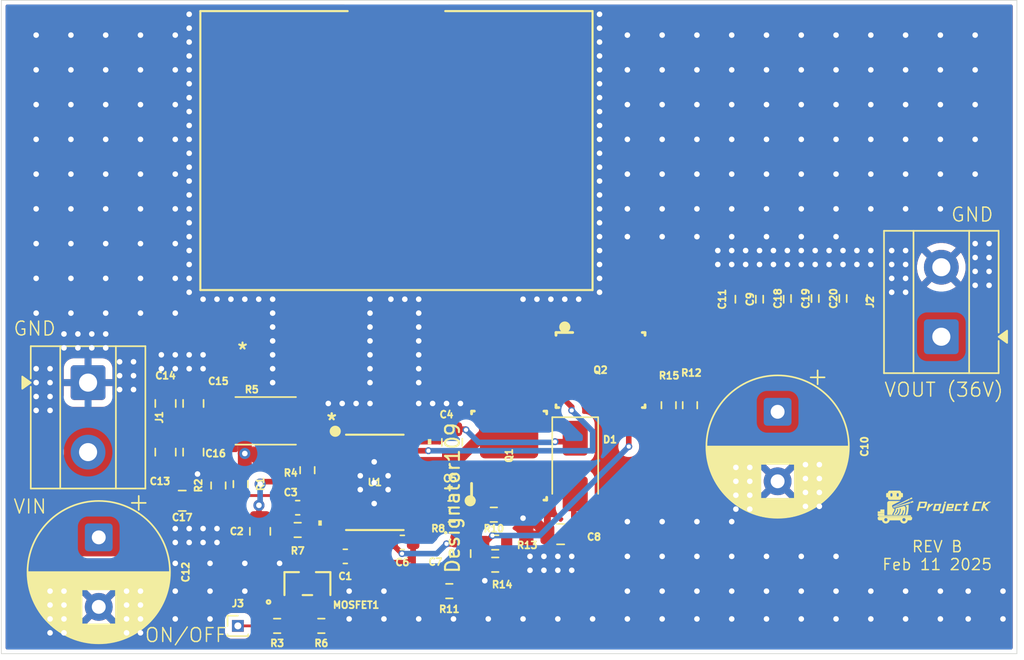
<source format=kicad_pcb>
(kicad_pcb (version 20241229) (generator "pcbnew") (generator_version "9.0")
  (title_block (title "15-22V Boost converter") (date "2026-02-11") (rev "B"))
  (layers (0 "F.Cu" signal) (4 "In1.Cu" signal) (6 "In2.Cu" signal) (2 "B.Cu" signal) (13 "F.Paste" user) (15 "B.Paste" user) (5 "F.SilkS" user "F.Silkscreen") (7 "B.SilkS" user "B.Silkscreen") (1 "F.Mask" user) (3 "B.Mask" user) (25 "Edge.Cuts" user))
  (property "PROJECTNAME" "")
  (property "SHEETTOTAL" "1")
  (net 0 "")
  (net 1 "/SW")
  (net 2 "GND")
  (net 3 "/LO")
  (net 4 "+36V")
  (net 5 "/HO")
  (net 6 "+18V")
  (net 7 "/VIN")
  (net 8 "/SS")
  (net 9 "/BST")
  (net 10 "/RES")
  (net 11 "/COMP")
  (net 12 "FB")
  (net 13 "Net-(C7-Pad1)")
  (net 14 "/VCC")
  (net 15 "/UVLO")
  (net 16 "/SYNCIN")
  (net 17 "Net-(R10-Pad1)")
  (net 18 "/SLOPE")
  (net 19 "Net-(R13-Pad2)")
  (net 20 "/CSN")
  (net 21 "Net-(J3-Pin_1)")
  (net 22 "Net-(MOSFET1-G)")
  (footprint "Resistor_SMD:R_0603_1608Metric" (layer "F.Cu") (at 175.5 150.6 180)
    (property "Reference" "R14")
    (property "Value" "1.5kΩ")
  )
  (footprint "Capacitor_SMD:C_0805_2012Metric" (layer "F.Cu") (at 197.5 131.45 90)
    (property "Reference" "C18")
    (property "Value" "10uF")
  )
  (footprint "TerminalBlock_MetzConnect:TerminalBlock_MetzConnect_Type055_RT01502HDWU_1x02_P5.00mm_Horizontal" (layer "F.Cu") (at 207.5675 134.2 90)
    (property "Reference" "J2")
    (property "Value" "Conn_01x02_Socket")
  )
  (footprint "Capacitor_SMD:C_0805_2012Metric" (layer "F.Cu") (at 153.8 142.5 -90)
    (property "Reference" "C16")
    (property "Value" "10uF")
  )
  (footprint "Resistor_SMD:R_0603_1608Metric" (layer "F.Cu") (at 175.5 149)
    (property "Reference" "R13")
    (property "Value" "100Ω")
  )
  (footprint "Resistor_SMD:R_2512_6332Metric" (layer "F.Cu") (at 159 140.25)
    (property "Reference" "R5")
    (property "Value" "2mΩ")
  )
  (footprint "Resistor_SMD:R_0603_1608Metric" (layer "F.Cu") (at 163 155 180)
    (property "Reference" "R6")
    (property "Value" "160kΩ")
  )
  (footprint "Capacitor_SMD:C_0805_2012Metric" (layer "F.Cu") (at 153.8 139 90)
    (property "Reference" "C15")
    (property "Value" "10uF")
  )
  (footprint "Resistor_SMD:R_0603_1608Metric" (layer "F.Cu") (at 172.2 152.5)
    (property "Reference" "R11")
    (property "Value" "12kΩ")
  )
  (footprint "Capacitor_SMD:C_0603_1608Metric" (layer "F.Cu") (at 161.3 146.5)
    (property "Reference" "C3")
    (property "Value" "220nF")
  )
  (footprint "Capacitor_SMD:C_0603_1608Metric" (layer "F.Cu") (at 164.725 150 180)
    (property "Reference" "C1")
    (property "Value" "150pF")
  )
  (footprint "Resistor_SMD:R_0603_1608Metric" (layer "F.Cu") (at 161.3 148.1)
    (property "Reference" "R7")
    (property "Value" "56kΩ")
  )
  (footprint "Capacitor_SMD:C_0805_2012Metric" (layer "F.Cu") (at 172.4 141.8 -90)
    (property "Reference" "C4")
    (property "Value" "1uF")
  )
  (footprint "Resistor_SMD:R_0603_1608Metric" (layer "F.Cu") (at 187.97 139.125 -90)
    (property "Reference" "R15")
    (property "Value" "270kΩ")
  )
  (footprint "Capacitor_SMD:C_0805_2012Metric" (layer "F.Cu") (at 199.5 131.45 90)
    (property "Reference" "C19")
    (property "Value" "10uF")
  )
  (footprint "Capacitor_SMD:C_0805_2012Metric" (layer "F.Cu") (at 195.5 131.5 90)
    (property "Reference" "C9")
    (property "Value" "10uF")
  )
  (footprint "Resistor_SMD:R_0603_1608Metric" (layer "F.Cu") (at 172.375 147)
    (property "Reference" "R8")
    (property "Value" "160kΩ")
  )
  (footprint "Resistor_SMD:R_0603_1608Metric" (layer "F.Cu") (at 175.4 147)
    (property "Reference" "R10")
    (property "Value" "2kΩ")
  )
  (footprint "Resistor_SMD:R_0603_1608Metric" (layer "F.Cu") (at 155.6 144.9 90)
    (property "Reference" "R2")
    (property "Value" "5.1kΩ")
  )
  (footprint "Resistor_SMD:R_0603_1608Metric" (layer "F.Cu") (at 162 143.8 -90)
    (property "Reference" "R4")
    (property "Value" "3.01Ω")
  )
  (footprint "Capacitor_SMD:C_0805_2012Metric" (layer "F.Cu") (at 151.8 139 90)
    (property "Reference" "C14")
    (property "Value" "10uF")
  )
  (footprint "Capacitor_SMD:C_0603_1608Metric" (layer "F.Cu") (at 172.25 145.5)
    (property "Reference" "C5")
    (property "Value" "470nF")
  )
  (footprint "Connector_PinHeader_1.00mm:PinHeader_1x01_P1.00mm_Vertical" (layer "F.Cu") (at 157 155)
    (property "Reference" "J3")
    (property "Value" "Conn_01x01_Pin")
  )
  (footprint "Boost_Converter_Footprint_Library:HTSSOP20" (layer "F.Cu") (at 166.8448 144.675)
    (property "Reference" "U1")
    (property "Value" "LM5122QMHX/NOPB")
  )
  (footprint "Capacitor_THT:CP_Radial_D10.0mm_P5.00mm" (layer "F.Cu") (at 195.8 139.6 -90)
    (property "Reference" "C10")
    (property "Value" "470uF")
  )
  (footprint "Capacitor_SMD:C_0805_2012Metric" (layer "F.Cu") (at 151.8 142.5 -90)
    (property "Reference" "C13")
    (property "Value" "10uF")
  )
  (footprint "LOGO" (layer "F.Cu") (at 207 146)
    (property "Reference" "G***" (hide yes))
    (property "Value" "LOGO" (hide yes))
  )
  (footprint "Boost_Converter_Footprint_Library:DNK0008A" (layer "F.Cu") (at 176.5 142.75 90)
    (property "Reference" "Q1")
    (property "Value" "CSD18540Q5B")
  )
  (footprint "Capacitor_SMD:C_0603_1608Metric" (layer "F.Cu") (at 168.825 149 180)
    (property "Reference" "C6")
    (property "Value" "680pF")
  )
  (footprint "Capacitor_SMD:C_0805_2012Metric" (layer "F.Cu") (at 158.6 148.2 90)
    (property "Reference" "C2")
    (property "Value" "470nF")
  )
  (footprint "Resistor_SMD:R_0603_1608Metric" (layer "F.Cu") (at 159.825 155 180)
    (property "Reference" "R3")
    (property "Value" "100Ω")
  )
  (footprint "Capacitor_SMD:C_0805_2012Metric" (layer "F.Cu") (at 180.2 148.4 180)
    (property "Reference" "C8")
    (property "Value" "10uF")
  )
  (footprint "Resistor_SMD:R_0603_1608Metric" (layer "F.Cu") (at 189.5 139.125 -90)
    (property "Reference" "R12")
    (property "Value" "56kΩ")
  )
  (footprint "Capacitor_THT:CP_Radial_D10.0mm_P5.00mm" (layer "F.Cu") (at 147 148.632323 -90)
    (property "Reference" "C12")
    (property "Value" "470uF")
  )
  (footprint "Boost_Converter_Footprint_Library:DNK0008A" (layer "F.Cu") (at 183.069999 136.595)
    (property "Reference" "Q2")
    (property "Value" "CSD18540Q5B")
  )
  (footprint "Diode_SMD:D_SMA" (layer "F.Cu") (at 181.25 143.5 -90)
    (property "Reference" "D1")
    (property "Value" "D_Schottky")
  )
  (footprint "Capacitor_SMD:C_0805_2012Metric" (layer "F.Cu") (at 153 146)
    (property "Reference" "C17")
    (property "Value" "10uF")
  )
  (footprint "Capacitor_SMD:C_0805_2012Metric" (layer "F.Cu") (at 193.5 131.5 90)
    (property "Reference" "C11")
    (property "Value" "10uF")
  )
  (footprint "Resistor_SMD:R_0603_1608Metric" (layer "F.Cu") (at 157.2 144.8 -90)
    (property "Reference" "R1")
    (property "Value" "49.9kΩ")
  )
  (footprint "Capacitor_SMD:C_0805_2012Metric" (layer "F.Cu") (at 173 149.8 90)
    (property "Reference" "C7")
    (property "Value" "47nF")
  )
  (footprint "Boost_Converter_Footprint_Library:SOT-23TO-236_318-08_ONS" (layer "F.Cu") (at 162 151.9586)
    (property "Reference" "MOSFET1")
    (property "Value" "2N7002")
  )
  (footprint "TerminalBlock_MetzConnect:TerminalBlock_MetzConnect_Type055_RT01502HDWU_1x02_P5.00mm_Horizontal" (layer "F.Cu") (at 146.2325 137.5 -90)
    (property "Reference" "J1")
    (property "Value" "Conn_01x02_Socket")
  )
  (footprint "Boost_Converter_Footprint_Library:IND_SER2918H_COC" (layer "F.Cu") (at 168.4 120.8063)
    (property "Reference" "L1" (hide yes))
    (property "Value" "10uH" (hide yes))
  )
  (footprint "Capacitor_SMD:C_0805_2012Metric" (layer "F.Cu") (at 201.5 131.45 90)
    (property "Reference" "C20")
    (property "Value" "10uF")
  )
  (gr_circle (center 180.5 133.5) (end 180.8 133.5) (stroke (width 0.2)) (fill yes) (layer "F.SilkS"))
  (gr_circle (center 164 141) (end 164.3 141) (stroke (width 0.2)) (fill yes) (layer "F.SilkS"))
  (gr_circle (center 173.7 146) (end 174 146) (stroke (width 0.2)) (fill yes) (layer "F.SilkS"))
  (gr_line (start 140 110) (end 140 157) (stroke (width 0.05)) (layer "Edge.Cuts"))
  (gr_line (start 140 157) (end 213 157) (stroke (width 0.05)) (layer "Edge.Cuts"))
  (gr_line (start 213 110) (end 140 110) (stroke (width 0.05)) (layer "Edge.Cuts"))
  (gr_line (start 213 157) (end 213 110) (stroke (width 0.05)) (layer "Edge.Cuts"))
  (gr_text "REV B\nFeb 11 2025" (at 207.2715 151.054636 0) (layer "F.SilkS") (effects (font (size 0.8 0.8) (thickness 0.1)) (justify bottom)))
  (gr_text "GND" (at 208.2 126 0) (layer "F.SilkS") (effects (font (size 1 1) (thickness 0.1)) (justify left bottom)))
  (gr_text "ON/OFF" (at 150.25 156.25 0) (layer "F.SilkS") (effects (font (size 1 1) (thickness 0.1)) (justify left bottom)))
  (gr_text "GND" (at 140.8 134.2 0) (layer "F.SilkS") (effects (font (size 1 1) (thickness 0.1)) (justify left bottom)))
  (gr_text "VIN" (at 140.8 147 0) (layer "F.SilkS") (effects (font (size 1 1) (thickness 0.1)) (justify left bottom)))
  (gr_text "VOUT (36V)" (at 203.4 138.6 0) (layer "F.SilkS") (effects (font (size 1 1) (thickness 0.1)) (justify left bottom)))
  (segment (start 172.199998 143.050002) (end 172.4 142.85) (width 0.4) (layer "F.Cu") (net 1))
  (segment (start 172.099998 143.050002) (end 172.4 142.75) (width 0.4) (layer "F.Cu") (net 1))
  (segment (start 169.6896 143.050002) (end 172.099998 143.050002) (width 0.4) (layer "F.Cu") (net 1))
  (segment (start 173.125 142.75) (end 174.73 141.145) (width 0.8) (layer "F.Cu") (net 1))
  (segment (start 172.4 142.75) (end 173.125 142.75) (width 0.8) (layer "F.Cu") (net 1))
  (segment (start 174.73 141.145) (end 174.73 140.110002) (width 0.8) (layer "F.Cu") (net 1))
  (segment (start 174.575 150.6) (end 174.575 151.575) (width 0.8) (layer "F.Cu") (net 2))
  (segment (start 167.169801 145.000001) (end 166.8448 144.675) (width 0.4) (layer "F.Cu") (net 2))
  (segment (start 160.475 150.025) (end 160 150.5) (width 0.4) (layer "F.Cu") (net 2))
  (segment (start 160.525 148.05) (end 160.475 148.1) (width 0.4) (layer "F.Cu") (net 2))
  (segment (start 178.1 147.25) (end 179.25 148.4) (width 0.8) (layer "F.Cu") (net 2))
  (segment (start 169.6896 145.000001) (end 167.169801 145.000001) (width 0.4) (layer "F.Cu") (net 2))
  (segment (start 160.525 146.5) (end 160.525 148.05) (width 0.4) (layer "F.Cu") (net 2))
  (segment (start 169.6896 146.300001) (end 168.469801 146.300001) (width 0.4) (layer "F.Cu") (net 2))
  (segment (start 166.8448 144.133601) (end 165.1112 142.400001) (width 0.4) (layer "F.Cu") (net 2))
  (segment (start 160.475 148.1) (end 160.475 150.025) (width 0.4) (layer "F.Cu") (net 2))
  (segment (start 174.575 151.575) (end 174.75 151.75) (width 0.8) (layer "F.Cu") (net 2))
  (segment (start 165.1112 142.400001) (end 164 142.400001) (width 0.4) (layer "F.Cu") (net 2))
  (segment (start 166.8448 144.675) (end 166.8448 144.133601) (width 0.4) (layer "F.Cu") (net 2))
  (segment (start 164 141.75) (end 164.5334 141.75) (width 0.4) (layer "F.Cu") (net 2))
  (segment (start 164 146.949999) (end 165.1112 146.949999) (width 0.4) (layer "F.Cu") (net 2))
  (segment (start 164.5334 141.75) (end 166.8448 144.0614) (width 0.4) (layer "F.Cu") (net 2))
  (segment (start 177.5 147.25) (end 178.1 147.25) (width 0.8) (layer "F.Cu") (net 2))
  (segment (start 165.1112 146.949999) (end 166.8 145.261199) (width 0.4) (layer "F.Cu") (net 2))
  (segment (start 166.8448 144.0614) (end 166.8448 144.675) (width 0.4) (layer "F.Cu") (net 2))
  (segment (start 168.469801 146.300001) (end 166.8448 144.675) (width 0.4) (layer "F.Cu") (net 2))
  (segment (start 155.8 144.075) (end 154.1 144.075) (width 0.4) (layer "F.Cu") (net 2))
  (segment (start 166.8 145.261199) (end 166.8 144.7) (width 0.4) (layer "F.Cu") (net 2))
  (via (at 200 127) (size 0.8) (drill 0.4) (layers "F.Cu" "B.Cu") (net 2))
  (via (at 187.5 147.5) (size 0.8) (drill 0.4) (layers "F.Cu" "B.Cu") (net 2))
  (via (at 152.5 120) (size 0.8) (drill 0.4) (layers "F.Cu" "B.Cu") (net 2))
  (via (at 187.5 154.5) (size 0.8) (drill 0.4) (layers "F.Cu" "B.Cu") (net 2))
  (via (at 183 130) (size 0.8) (drill 0.4) (layers "F.Cu" "B.Cu") (net 2))
  (via (at 210 117.5) (size 0.8) (drill 0.4) (layers "F.Cu" "B.Cu") (net 2))
  (via (at 183 114) (size 0.8) (drill 0.4) (layers "F.Cu" "B.Cu") (net 2))
  (via (at 183 117) (size 0.8) (drill 0.4) (layers "F.Cu" "B.Cu") (net 2))
  (via (at 195.5 128) (size 0.8) (drill 0.4) (layers "F.Cu" "B.Cu") (net 2))
  (via (at 167.5 152.5) (size 0.8) (drill 0.4) (layers "F.Cu" "B.Cu") (net 2))
  (via (at 190 150) (size 0.8) (drill 0.4) (layers "F.Cu" "B.Cu") (net 2))
  (via (at 192.5 125) (size 0.8) (drill 0.4) (layers "F.Cu" "B.Cu") (net 2))
  (via (at 200 154.5) (size 0.8) (drill 0.4) (layers "F.Cu" "B.Cu") (net 2))
  (via (at 149 154.5) (size 0.8) (drill 0.4) (layers "F.Cu" "B.Cu") (net 2))
  (via (at 183 116) (size 0.8) (drill 0.4) (layers "F.Cu" "B.Cu") (net 2))
  (via (at 145 122.5) (size 0.8) (drill 0.4) (layers "F.Cu" "B.Cu") (net 2))
  (via (at 155.5 149) (size 0.8) (drill 0.4) (layers "F.Cu" "B.Cu") (net 2))
  (via (at 147.5 117.5) (size 0.8) (drill 0.4) (layers "F.Cu" "B.Cu") (net 2))
  (via (at 210 122.5) (size 0.8) (drill 0.4) (layers "F.Cu" "B.Cu") (net 2))
  (via (at 145 112.5) (size 0.8) (drill 0.4) (layers "F.Cu" "B.Cu") (net 2))
  (via (at 197.8 146.4) (size 0.8) (drill 0.4) (layers "F.Cu" "B.Cu") (net 2))
  (via (at 144.5 135) (size 0.8) (drill 0.4) (layers "F.Cu" "B.Cu") (net 2))
  (via (at 164.5 139) (size 0.8) (drill 0.4) (layers "F.Cu" "B.Cu") (net 2))
  (via (at 177.5 154.5) (size 0.8) (drill 0.4) (layers "F.Cu" "B.Cu") (net 2))
  (via (at 211 129.5) (size 0.8) (drill 0.4) (layers "F.Cu" "B.Cu") (net 2))
  (via (at 145 130) (size 0.8) (drill 0.4) (layers "F.Cu" "B.Cu") (net 2))
  (via (at 192.5 147.5) (size 0.8) (drill 0.4) (layers "F.Cu" "B.Cu") (net 2))
  (via (at 145 125) (size 0.8) (drill 0.4) (layers "F.Cu" "B.Cu") (net 2))
  (via (at 182.5 154.5) (size 0.8) (drill 0.4) (layers "F.Cu" "B.Cu") (net 2))
  (via (at 193.8 143.6) (size 0.8) (drill 0.4) (layers "F.Cu" "B.Cu") (net 2))
  (via (at 211 127.5) (size 0.8) (drill 0.4) (layers "F.Cu" "B.Cu") (net 2))
  (via (at 175 154.5) (size 0.8) (drill 0.4) (layers "F.Cu" "B.Cu") (net 2))
  (via (at 158.5 131.5) (size 0.8) (drill 0.4) (layers "F.Cu" "B.Cu") (net 2))
  (via (at 195 115) (size 0.8) (drill 0.4) (layers "F.Cu" "B.Cu") (net 2))
  (via (at 197.5 128) (size 0.8) (drill 0.4) (layers "F.Cu" "B.Cu") (net 2))
  (via (at 200.5 129) (size 0.8) (drill 0.4) (layers "F.Cu" "B.Cu") (net 2))
  (via (at 205 112.5) (size 0.8) (drill 0.4) (layers "F.Cu" "B.Cu") (net 2))
  (via (at 177.5 131.5) (size 0.8) (drill 0.4) (layers "F.Cu" "B.Cu") (net 2))
  (via (at 207.5 120) (size 0.8) (drill 0.4) (layers "F.Cu" "B.Cu") (net 2))
  (via (at 152.5 122.5) (size 0.8) (drill 0.4) (layers "F.Cu" "B.Cu") (net 2))
  (via (at 210 112.5) (size 0.8) (drill 0.4) (layers "F.Cu" "B.Cu") (net 2))
  (via (at 154.5 135.5) (size 0.8) (drill 0.4) (layers "F.Cu" "B.Cu") (net 2))
  (via (at 200 125) (size 0.8) (drill 0.4) (layers "F.Cu" "B.Cu") (net 2))
  (via (at 201.5 128) (size 0.8) (drill 0.4) (layers "F.Cu" "B.Cu") (net 2))
  (via (at 195.5 129) (size 0.8) (drill 0.4) (layers "F.Cu" "B.Cu") (net 2))
  (via (at 146.5 134) (size 0.8) (drill 0.4) (layers "F.Cu" "B.Cu") (net 2))
  (via (at 159.5 134.5) (size 0.8) (drill 0.4) (layers "F.Cu" "B.Cu") (net 2))
  (via (at 192.5 120) (size 0.8) (drill 0.4) (layers "F.Cu" "B.Cu") (net 2))
  (via (at 165 154.5) (size 0.8) (drill 0.4) (layers "F.Cu" "B.Cu") (net 2))
  (via (at 195 117.5) (size 0.8) (drill 0.4) (layers "F.Cu" "B.Cu") (net 2))
  (via (at 171 139) (size 0.8) (drill 0.4) (layers "F.Cu" "B.Cu") (net 2))
  (via (at 185 115) (size 0.8) (drill 0.4) (layers "F.Cu" "B.Cu") (net 2))
  (via (at 153.5 131) (size 0.8) (drill 0.4) (layers "F.Cu" "B.Cu") (net 2))
  (via (at 209.5 152.5) (size 0.8) (drill 0.4) (layers "F.Cu" "B.Cu") (net 2))
  (via (at 154.5 149) (size 0.8) (drill 0.4) (layers "F.Cu" "B.Cu") (net 2))
  (via (at 199.5 129) (size 0.8) (drill 0.4) (layers "F.Cu" "B.Cu") (net 2))
  (via (at 200 115) (size 0.8) (drill 0.4) (layers "F.Cu" "B.Cu") (net 2))
  (via (at 187.5 125) (size 0.8) (drill 0.4) (layers "F.Cu" "B.Cu") (net 2))
  (via (at 168 131.5) (size 0.8) (drill 0.4) (layers "F.Cu" "B.Cu") (net 2))
  (via (at 148.5 138) (size 0.8) (drill 0.4) (layers "F.Cu" "B.Cu") (net 2))
  (via (at 185 127) (size 0.8) (drill 0.4) (layers "F.Cu" "B.Cu") (net 2))
  (via (at 187.5 120) (size 0.8) (drill 0.4) (layers "F.Cu" "B.Cu") (net 2))
  (via (at 174.75 151.75) (size 0.8) (drill 0.4) (layers "F.Cu" "B.Cu") (net 2))
  (via (at 166.5 131.5) (size 0.8) (drill 0.4) (layers "F.Cu" "B.Cu") (net 2))
  (via (at 147.5 132.5) (size 0.8) (drill 0.4) (layers "F.Cu" "B.Cu") (net 2))
  (via (at 152.5 148) (size 0.8) (drill 0.4) (layers "F.Cu" "B.Cu") (net 2))
  (via (at 197.8 145.4) (size 0.8) (drill 0.4) (layers "F.Cu" "B.Cu") (net 2))
  (via (at 183 127) (size 0.8) (drill 0.4) (layers "F.Cu" "B.Cu") (net 2))
  (via (at 183 131) (size 0.8) (drill 0.4) (layers "F.Cu" "B.Cu") (net 2))
  (via (at 198.8 146.4) (size 0.8) (drill 0.4) (layers "F.Cu" "B.Cu") (net 2))
  (via (at 159.5 137.5) (size 0.8) (drill 0.4) (layers "F.Cu" "B.Cu") (net 2))
  (via (at 202.5 128) (size 0.8) (drill 0.4) (layers "F.Cu" "B.Cu") (net 2))
  (via (at 192.8 144.6) (size 0.8) (drill 0.4) (layers "F.Cu" "B.Cu") (net 2))
  (via (at 143.5 138.5) (size 0.8) (drill 0.4) (layers "F.Cu" "B.Cu") (net 2))
  (via (at 153.5 117) (size 0.8) (drill 0.4) (layers "F.Cu" "B.Cu") (net 2))
  (via (at 198.8 145.4) (size 0.8) (drill 0.4) (layers "F.Cu" "B.Cu") (net 2))
  (via (at 185 154.5) (size 0.8) (drill 0.4) (layers "F.Cu" "B.Cu") (net 2))
  (via (at 145.5 134) (size 0.8) (drill 0.4) (layers "F.Cu" "B.Cu") (net 2))
  (via (at 190 120) (size 0.8) (drill 0.4) (layers "F.Cu" "B.Cu") (net 2))
  (via (at 205 131) (size 0.8) (drill 0.4) (layers "F.Cu" "B.Cu") (net 2))
  (via (at 192.5 128) (size 0.8) (drill 0.4) (layers "F.Cu" "B.Cu") (net 2))
  (via (at 152.5 117.5) (size 0.8) (drill 0.4) (layers "F.Cu" "B.Cu") (net 2))
  (via (at 205 115) (size 0.8) (drill 0.4) (layers "F.Cu" "B.Cu") (net 2))
  (via (at 152.5 125) (size 0.8) (drill 0.4) (layers "F.Cu" "B.Cu") (net 2))
  (via (at 142.5 132.5) (size 0.8) (drill 0.4) (layers "F.Cu" "B.Cu") (net 2))
  (via (at 205 152.5) (size 0.8) (drill 0.4) (layers "F.Cu" "B.Cu") (net 2))
  (via (at 170 154.5) (size 0.8) (drill 0.4) (layers "F.Cu" "B.Cu") (net 2))
  (via (at 205 154.5) (size 0.8) (drill 0.4) (layers "F.Cu" "B.Cu") (net 2))
  (via (at 152.5 149) (size 0.8) (drill 0.4) (layers "F.Cu" "B.Cu") (net 2))
  (via (at 153.5 116) (size 0.8) (drill 0.4) (layers "F.Cu" "B.Cu") (net 2))
  (via (at 149 152.5) (size 0.8) (drill 0.4) (layers "F.Cu" "B.Cu") (net 2))
  (via (at 195 152.5) (size 0.8) (drill 0.4) (layers "F.Cu" "B.Cu") (net 2))
  (via (at 197.5 152.5) (size 0.8) (drill 0.4) (layers "F.Cu" "B.Cu") (net 2))
  (via (at 147.5 130) (size 0.8) (drill 0.4) (layers "F.Cu" "B.Cu") (net 2))
  (via (at 192.5 152.5) (size 0.8) (drill 0.4) (layers "F.Cu" "B.Cu") (net 2))
  (via (at 147.5 125) (size 0.8) (drill 0.4) (layers "F.Cu" "B.Cu") (net 2))
  (via (at 192.8 143.6) (size 0.8) (drill 0.4) (layers "F.Cu" "B.Cu") (net 2))
  (via (at 183 123) (size 0.8) (drill 0.4) (layers "F.Cu" "B.Cu") (net 2))
  (via (at 166.5 132.5) (size 0.8) (drill 0.4) (layers "F.Cu" "B.Cu") (net 2))
  (via (at 154.5 136.5) (size 0.8) (drill 0.4) (layers "F.Cu" "B.Cu") (net 2))
  (via (at 205 120) (size 0.8) (drill 0.4) (layers "F.Cu" "B.Cu") (net 2))
  (via (at 183 124) (size 0.8) (drill 0.4) (layers "F.Cu" "B.Cu") (net 2))
  (via (at 152.5 112.5) (size 0.8) (drill 0.4) (layers "F.Cu" "B.Cu") (net 2))
  (via (at 144.5 153.5) (size 0.8) (drill 0.4) (layers "F.Cu" "B.Cu") (net 2))
  (via (at 210 120) (size 0.8) (drill 0.4) (layers "F.Cu" "B.Cu") (net 2))
  (via (at 147.5 122.5) (size 0.8) (drill 0.4) (layers "F.Cu" "B.Cu") (net 2))
  (via (at 179 151) (size 0.8) (drill 0.4) (layers "F.Cu" "B.Cu") (net 2))
  (via (at 185 150) (size 0.8) (drill 0.4) (layers "F.Cu" "B.Cu") (net 2))
  (via (at 202.5 125) (size 0.8) (drill 0.4) (layers "F.Cu" "B.Cu") (net 2))
  (via (at 202.5 117.5) (size 0.8) (drill 0.4) (layers "F.Cu" "B.Cu") (net 2))
  (via (at 197.5 122.5) (size 0.8) (drill 0.4) (layers "F.Cu" "B.Cu") (net 2))
  (via (at 153.5 113) (size 0.8) (drill 0.4) (layers "F.Cu" "B.Cu") (net 2))
  (via (at 195 127) (size 0.8) (drill 0.4) (layers "F.Cu" "B.Cu") (net 2))
  (via (at 185 147.5) (size 0.8) (drill 0.4) (layers "F.Cu" "B.Cu") (net 2))
  (via (at 153.5 119) (size 0.8) (drill 0.4) (layers "F.Cu" "B.Cu") (net 2))
  (via (at 183 129) (size 0.8) (drill 0.4) (layers "F.Cu" "B.Cu") (net 2))
  (via (at 209.5 154.5) (size 0.8) (drill 0.4) (layers "F.Cu" "B.Cu") (net 2))
  (via (at 170 139) (size 0.8) (drill 0.4) (layers "F.Cu" "B.Cu") (net 2))
  (via (at 193.8 145.6) (size 0.8) (drill 0.4) (layers "F.Cu" "B.Cu") (net 2))
  (via (at 145.5 135) (size 0.8) (drill 0.4) (layers "F.Cu" "B.Cu") (net 2))
  (via (at 192.5 154.5) (size 0.8) (drill 0.4) (layers "F.Cu" "B.Cu") (net 2))
  (via (at 183 119) (size 0.8) (drill 0.4) (layers "F.Cu" "B.Cu") (net 2))
  (via (at 153.5 122) (size 0.8) (drill 0.4) (layers "F.Cu" "B.Cu") (net 2))
  (via (at 152.5 135.5) (size 0.8) (drill 0.4) (layers "F.Cu" "B.Cu") (net 2))
  (via (at 148.5 137) (size 0.8) (drill 0.4) (layers "F.Cu" "B.Cu") (net 2))
  (via (at 167.8 144.2) (size 0.8) (drill 0.4) (layers "F.Cu" "B.Cu") (net 2))
  (via (at 153.5 118) (size 0.8) (drill 0.4) (layers "F.Cu" "B.Cu") (net 2))
  (via (at 147.5 115) (size 0.8) (drill 0.4) (layers "F.Cu" "B.Cu") (net 2))
  (via (at 192.5 150) (size 0.8) (drill 0.4) (layers "F.Cu" "B.Cu") (net 2))
  (via (at 149 155.5) (size 0.8) (drill 0.4) (layers "F.Cu" "B.Cu") (net 2))
  (via (at 166.5 133.5) (size 0.8) (drill 0.4) (layers "F.Cu" "B.Cu") (net 2))
  (via (at 177.5 147.25) (size 0.8) (drill 0.4) (layers "F.Cu" "B.Cu") (net 2))
  (via (at 197.5 154.5) (size 0.8) (drill 0.4) (layers "F.Cu" "B.Cu") (net 2))
  (via (at 149.5 138) (size 0.8) (drill 0.4) (layers "F.Cu" "B.Cu") (net 2))
  (via (at 185 117.5) (size 0.8) (drill 0.4) (layers "F.Cu" "B.Cu") (net 2))
  (via (at 142.5 112.5) (size 0.8) (drill 0.4) (layers "F.Cu" "B.Cu") (net 2))
  (via (at 197.5 129) (size 0.8) (drill 0.4) (layers "F.Cu" "B.Cu") (net 2))
  (via (at 160 150.5) (size 0.8) (drill 0.4) (layers "F.Cu" "B.Cu") (net 2))
  (via (at 190 127) (size 0.8) (drill 0.4) (layers "F.Cu" "B.Cu") (net 2))
  (via (at 190 147.5) (size 0.8) (drill 0.4) (layers "F.Cu" "B.Cu") (net 2))
  (via (at 195 125) (size 0.8) (drill 0.4) (layers "F.Cu" "B.Cu") (net 2))
  (via (at 153.5 149) (size 0.8) (drill 0.4) (layers "F.Cu" "B.Cu") (net 2))
  (via (at 212 154.5) (size 0.8) (drill 0.4) (layers "F.Cu" "B.Cu") (net 2))
  (via (at 145 120) (size 0.8) (drill 0.4) (layers "F.Cu" "B.Cu") (net 2))
  (via (at 155 154.5) (size 0.8) (drill 0.4) (layers "F.Cu" "B.Cu") (net 2))
  (via (at 152.5 136.5) (size 0.8) (drill 0.4) (layers "F.Cu" "B.Cu") (net 2))
  (via (at 152.5 130) (size 0.8) (drill 0.4) (layers "F.Cu" "B.Cu") (net 2))
  (via (at 143.5 137.5) (size 0.8) (drill 0.4) (layers "F.Cu" "B.Cu") (net 2))
  (via (at 159.5 131.5) (size 0.8) (drill 0.4) (layers "F.Cu" "B.Cu") (net 2))
  (via (at 145 132.5) (size 0.8) (drill 0.4) (layers "F.Cu" "B.Cu") (net 2))
  (via (at 153.5 130) (size 0.8) (drill 0.4) (layers "F.Cu" "B.Cu") (net 2))
  (via (at 202.5 120) (size 0.8) (drill 0.4) (layers "F.Cu" "B.Cu") (net 2))
  (via (at 205 122.5) (size 0.8) (drill 0.4) (layers "F.Cu" "B.Cu") (net 2))
  (via (at 145 115) (size 0.8) (drill 0.4) (layers "F.Cu" "B.Cu") (net 2))
  (via (at 197.5 115) (size 0.8) (drill 0.4) (layers "F.Cu" "B.Cu") (net 2))
  (via (at 205 117.5) (size 0.8) (drill 0.4) (layers "F.Cu" "B.Cu") (net 2))
  (via (at 150 112.5) (size 0.8) (drill 0.4) (layers "F.Cu" "B.Cu") (net 2))
  (via (at 143.5 152.5) (size 0.8) (drill 0.4) (layers "F.Cu" "B.Cu") (net 2))
  (via (at 198.5 128) (size 0.8) (drill 0.4) (layers "F.Cu" "B.Cu") (net 2))
  (via (at 153.5 135.5) (size 0.8) (drill 0.4) (layers "F.Cu" "B.Cu") (net 2))
  (via (at 202.5 154.5) (size 0.8) (drill 0.4) (layers "F.Cu" "B.Cu") (net 2))
  (via (at 170 132.5) (size 0.8) (drill 0.4) (layers "F.Cu" "B.Cu") (net 2))
  (via (at 195 122.5) (size 0.8) (drill 0.4) (layers "F.Cu" "B.Cu") (net 2))
  (via (at 183 118) (size 0.8) (drill 0.4) (layers "F.Cu" "B.Cu") (net 2))
  (via (at 181 151) (size 0.8) (drill 0.4) (layers "F.Cu" "B.Cu") (net 2))
  (via (at 193.8 144.6) (size 0.8) (drill 0.4) (layers "F.Cu" "B.Cu") (net 2))
  (via (at 142.5 125) (size 0.8) (drill 0.4) (layers "F.Cu" "B.Cu") (net 2))
  (via (at 181.5 131.5) (size 0.8) (drill 0.4) (layers "F.Cu" "B.Cu") (net 2))
  (via (at 197.5 127) (size 0.8) (drill 0.4) (layers "F.Cu" "B.Cu") (net 2))
  (via (at 149.5 136) (size 0.8) (drill 0.4) (layers "F.Cu" "B.Cu") (net 2))
  (via (at 180.5 131.5) (size 0.8) (drill 0.4) (layers "F.Cu" "B.Cu") (net 2))
  (via (at 147.5 112.5) (size 0.8) (drill 0.4) (layers "F.Cu" "B.Cu") (net 2))
  (via (at 187.5 117.5) (size 0.8) (drill 0.4) (layers "F.Cu" "B.Cu") (net 2))
  (via (at 153.5 111) (size 0.8) (drill 0.4) (layers "F.Cu" "B.Cu") (net 2))
  (via (at 170 135.5) (size 0.8) (drill 0.4) (layers "F.Cu" "B.Cu") (net 2))
  (via (at 200 112.5) (size 0.8) (drill 0.4) (layers "F.Cu" "B.Cu") (net 2))
  (via (at 204 129) (size 0.8) (drill 0.4) (layers "F.Cu" "B.Cu") (net 2))
  (via (at 183 121) (size 0.8) (drill 0.4) (layers "F.Cu" "B.Cu") (net 2))
  (via (at 183 120) (size 0.8) (drill 0.4) (layers "F.Cu" "B.Cu") (net 2))
  (via (at 198.5 129) (size 0.8) (drill 0.4) (layers "F.Cu" "B.Cu") (net 2))
  (via (at 210 115) (size 0.8) (drill 0.4) (layers "F.Cu" "B.Cu") (net 2))
  (via (at 202.5 115) (size 0.8) (drill 0.4) (layers "F.Cu" "B.Cu") (net 2))
  (via (at 195 154.5) (size 0.8) (drill 0.4) (layers "F.Cu" "B.Cu") (net 2))
  (via (at 183 113) (size 0.8) (drill 0.4) (layers "F.Cu" "B.Cu") (net 2))
  (via (at 155 150.5) (size 0.8) (drill 0.4) (layers "F.Cu" "B.Cu") (net 2))
  (via (at 153.5 136.5) (size 0.8) (drill 0.4) (layers "F.Cu" "B.Cu") (net 2))
  (via (at 166.5 137.5) (size 0.8) (drill 0.4) (layers "F.Cu" "B.Cu") (net 2))
  (via (at 163.5 139) (size 0.8) (drill 0.4) (layers "F.Cu" "B.Cu") (net 2))
  (via (at 190 115) (size 0.8) (drill 0.4) (layers "F.Cu" "B.Cu") (net 2))
  (via (at 155.5 131.5) (size 0.8) (drill 0.4) (layers "F.Cu" "B.Cu") (net 2))
  (via (at 165.8 144.2) (size 0.8) (drill 0.4) (layers "F.Cu" "B.Cu") (net 2))
  (via (at 152.5 115) (size 0.8) (drill 0.4) (layers "F.Cu" "B.Cu") (net 2))
  (via (at 190 152.5) (size 0.8) (drill 0.4) (layers "F.Cu" "B.Cu") (net 2))
  (via (at 150 120) (size 0.8) (drill 0.4) (layers "F.Cu" "B.Cu") (net 2))
  (via (at 150 154.5) (size 0.8) (drill 0.4) (layers "F.Cu" "B.Cu") (net 2))
  (via (at 195 120) (size 0.8) (drill 0.4) (layers "F.Cu" "B.Cu") (net 2))
  (via (at 201.5 129) (size 0.8) (drill 0.4) (layers "F.Cu" "B.Cu") (net 2))
  (via (at 185 120) (size 0.8) (drill 0.4) (layers "F.Cu" "B.Cu") (net 2))
  (via (at 193.5 128) (size 0.8) (drill 0.4) (layers "F.Cu" "B.Cu") (net 2))
  (via (at 150 152.5) (size 0.8) (drill 0.4) (layers "F.Cu" "B.Cu") (net 2))
  (via (at 205 129) (size 0.8) (drill 0.4) (layers "F.Cu" "B.Cu") (net 2))
  (via (at 178 151) (size 0.8) (drill 0.4) (layers "F.Cu" "B.Cu") (net 2))
  (via (at 207.5 115) (size 0.8) (drill 0.4) (layers "F.Cu" "B.Cu") (net 2))
  (via (at 142.5 138.5) (size 0.8) (drill 0.4) (layers "F.Cu" "B.Cu") (net 2))
  (via (at 165 152.5) (size 0.8) (drill 0.4) (layers "F.Cu" "B.Cu") (net 2))
  (via (at 153.5 126) (size 0.8) (drill 0.4) (layers "F.Cu" "B.Cu") (net 2))
  (via (at 202.5 122.5) (size 0.8) (drill 0.4) (layers "F.Cu" "B.Cu") (net 2))
  (via (at 183 112) (size 0.8) (drill 0.4) (layers "F.Cu" "B.Cu") (net 2))
  (via (at 197.5 125) (size 0.8) (drill 0.4) (layers "F.Cu" "B.Cu") (net 2))
  (via (at 143.5 136.5) (size 0.8) (drill 0.4) (layers "F.Cu" "B.Cu") (net 2))
  (via (at 150 117.5) (size 0.8) (drill 0.4) (layers "F.Cu" "B.Cu") (net 2))
  (via (at 144.5 152.5) (size 0.8) (drill 0.4) (layers "F.Cu" "B.Cu") (net 2))
  (via (at 202.5 112.5) (size 0.8) (drill 0.4) (layers "F.Cu" "B.Cu") (net 2))
  (via (at 150 153.5) (size 0.8) (drill 0.4) (layers "F.Cu" "B.Cu") (net 2))
  (via (at 144.5 154.5) (size 0.8) (drill 0.4) (layers "F.Cu" "B.Cu") (net 2))
  (via (at 195 112.5) (size 0.8) (drill 0.4) (layers "F.Cu" "B.Cu") (net 2))
  (via (at 145 127.5) (size 0.8) (drill 0.4) (layers "F.Cu" "B.Cu") (net 2))
  (via (at 190 154.5) (size 0.8) (drill 0.4) (layers "F.Cu" "B.Cu") (net 2))
  (via (at 151.5 136.5) (size 0.8) (drill 0.4) (layers "F.Cu" "B.Cu") (net 2))
  (via (at 157.5 131.5) (size 0.8) (drill 0.4) (layers "F.Cu" "B.Cu") (net 2))
  (via (at 170 131.5) (size 0.8) (drill 0.4) (layers "F.Cu" "B.Cu") (net 2))
  (via (at 179 150) (size 0.8) (drill 0.4) (layers "F.Cu" "B.Cu") (net 2))
  (via (at 159.5 132.5) (size 0.8) (drill 0.4) (layers "F.Cu" "B.Cu") (net 2))
  (via (at 207.5 154.5) (size 0.8) (drill 0.4) (layers "F.Cu" "B.Cu") (net 2))
  (via (at 169 131.5) (size 0.8) (drill 0.4) (layers "F.Cu" "B.Cu") (net 2))
  (via (at 200.5 128) (size 0.8) (drill 0.4) (layers "F.Cu" "B.Cu") (net 2))
  (via (at 153.5 114) (size 0.8) (drill 0.4) (layers "F.Cu" "B.Cu") (net 2))
  (via (at 167.8 145.2) (size 0.8) (drill 0.4) (layers "F.Cu" "B.Cu") (net 2))
  (via (at 147.5 127.5) (size 0.8) (drill 0.4) (layers "F.Cu" "B.Cu") (net 2))
  (via (at 195 150) (size 0.8) (drill 0.4) (layers "F.Cu" "B.Cu") (net 2))
  (via (at 153.5 112) (size 0.8) (drill 0.4) (layers "F.Cu" "B.Cu") (net 2))
  (via (at 170 136.5) (size 0.8) (drill 0.4) (layers "F.Cu" "B.Cu") (net 2))
  (via (at 197.5 120) (size 0.8) (drill 0.4) (layers "F.Cu" "B.Cu") (net 2))
  (via (at 153.5 124) (size 0.8) (drill 0.4) (layers "F.Cu" "B.Cu") (net 2))
  (via (at 192.5 127) (size 0.8) (drill 0.4) (layers "F.Cu" "B.Cu") (net 2))
  (via (at 180 150) (size 0.8) (drill 0.4) (layers "F.Cu" "B.Cu") (net 2))
  (via (at 202.5 129) (size 0.8) (drill 0.4) (layers "F.Cu" "B.Cu") (net 2))
  (via (at 183 115) (size 0.8) (drill 0.4) (layers "F.Cu" "B.Cu") (net 2))
  (via (at 205 128) (size 0.8) (drill 0.4) (layers "F.Cu" "B.Cu") (net 2))
  (via (at 159.5 135.5) (size 0.8) (drill 0.4) (layers "F.Cu" "B.Cu") (net 2))
  (via (at 150 115) (size 0.8) (drill 0.4) (layers "F.Cu" "B.Cu") (net 2))
  (via (at 191.5 129) (size 0.8) (drill 0.4) (layers "F.Cu" "B.Cu") (net 2))
  (via (at 166.8 146.2) (size 0.8) (drill 0.4) (layers "F.Cu" "B.Cu") (net 2))
  (via (at 154.5 148) (size 0.8) (drill 0.4) (layers "F.Cu" "B.Cu") (net 2))
  (via (at 200 120) (size 0.8) (drill 0.4) (layers "F.Cu" "B.Cu") (net 2))
  (via (at 172.5 154.5) (size 0.8) (drill 0.4) (layers "F.Cu" "B.Cu") (net 2))
  (via (at 166.8 144.7) (size 0.8) (drill 0.4) (layers "F.Cu" "B.Cu") (net 2))
  (via (at 143.5 155.5) (size 0.8) (drill 0.4) (layers "F.Cu" "B.Cu") (net 2))
  (via (at 156.5 131.5) (size 0.8) (drill 0.4) (layers "F.Cu" "B.Cu") (net 2))
  (via (at 170 137.5) (size 0.8) (drill 0.4) (layers "F.Cu" "B.Cu") (net 2))
  (via (at 185 122.5) (size 0.8) (drill 0.4) (layers "F.Cu" "B.Cu") (net 2))
  (via (at 155.5 148) (size 0.8) (drill 0.4) (layers "F.Cu" "B.Cu") (net 2))
  (via (at 166.5 139) (size 0.8) (drill 0.4) (layers "F.Cu" "B.Cu") (net 2))
  (via (at 199.5 128) (size 0.8) (drill 0.4) (layers "F.Cu" "B.Cu") (net 2))
  (via (at 187.5 150) (size 0.8) (drill 0.4) (layers "F.Cu" "B.Cu") (net 2))
  (via (at 150 132.5) (size 0.8) (drill 0.4) (layers "F.Cu" "B.Cu") (net 2))
  (via (at 159.5 133.5) (size 0.8) (drill 0.4) (layers "F.Cu" "B.Cu") (net 2))
  (via (at 198.8 144.4) (size 0.8) (drill 0.4) (layers "F.Cu" "B.Cu") (net 2))
  (via (at 192.5 122.5) (size 0.8) (drill 0.4) (layers "F.Cu" "B.Cu") (net 2))
  (via (at 187.5 122.5) (size 0.8) (drill 0.4) (layers "F.Cu" "B.Cu") (net 2))
  (via (at 192.5 129) (size 0.8) (drill 0.4) (layers "F.Cu" "B.Cu") (net 2))
  (via (at 196.5 128) (size 0.8) (drill 0.4) (layers "F.Cu" "B.Cu") (net 2))
  (via (at 192.8 145.6) (size 0.8) (drill 0.4) (layers "F.Cu" "B.Cu") (net 2))
  (via (at 152.5 154.5) (size 0.8) (drill 0.4) (layers "F.Cu" "B.Cu") (net 2))
  (via (at 190 122.5) (size 0.8) (drill 0.4) (layers "F.Cu" "B.Cu") (net 2))
  (via (at 157.5 150.5) (size 0.8) (drill 0.4) (layers "F.Cu" "B.Cu") (net 2))
  (via (at 191.5 128) (size 0.8) (drill 0.4) (layers "F.Cu" "B.Cu") (net 2))
  (via (at 144.5 155.5) (size 0.8) (drill 0.4) (layers "F.Cu" "B.Cu") (net 2))
  (via (at 207.5 122.5) (size 0.8) (drill 0.4) (layers "F.Cu" "B.Cu") (net 2))
  (via (at 144.5 134) (size 0.8) (drill 0.4) (layers "F.Cu" "B.Cu") (net 2))
  (via (at 167.5 154.5) (size 0.8) (drill 0.4) (layers "F.Cu" "B.Cu") (net 2))
  (via (at 192.5 115) (size 0.8) (drill 0.4) (layers "F.Cu" "B.Cu") (net 2))
  (via (at 165.5 139) (size 0.8) (drill 0.4) (layers "F.Cu" "B.Cu") (net 2))
  (via (at 153.5 123) (size 0.8) (drill 0.4) (layers "F.Cu" "B.Cu") (net 2))
  (via (at 142.5 137.5) (size 0.8) (drill 0.4) (layers "F.Cu" "B.Cu") (net 2))
  (via (at 207.5 152.5) (size 0.8) (drill 0.4) (layers "F.Cu" "B.Cu") (net 2))
  (via (at 187.5 127) (size 0.8) (drill 0.4) (layers "F.Cu" "B.Cu") (net 2))
  (via (at 153.5 128) (size 0.8) (drill 0.4) (layers "F.Cu" "B.Cu") (net 2))
  (via (at 151.5 135.5) (size 0.8) (drill 0.4) (layers "F.Cu" "B.Cu") (net 2))
  (via (at 211 128.5) (size 0.8) (drill 0.4) (layers "F.Cu" "B.Cu") (net 2))
  (via (at 142.5 136.5) (size 0.8) (drill 0.4) (layers "F.Cu" "B.Cu") (net 2))
  (via (at 183 122) (size 0.8) (drill 0.4) (layers "F.Cu" "B.Cu") (net 2))
  (via (at 211 130.5) (size 0.8) (drill 0.4) (layers "F.Cu" "B.Cu") (net 2))
  (via (at 166.5 134.5) (size 0.8) (drill 0.4) (layers "F.Cu" "B.Cu") (net 2))
  (via (at 187.5 115) (size 0.8) (drill 0.4) (layers "F.Cu" "B.Cu") (net 2))
  (via (at 192.5 112.5) (size 0.8) (drill 0.4) (layers "F.Cu" "B.Cu") (net 2))
  (via (at 147.5 135) (size 0.8) (drill 0.4) (layers "F.Cu" "B.Cu") (net 2))
  (via (at 153.5 148) (size 0.8) (drill 0.4) (layers "F.Cu" "B.Cu") (net 2))
  (via (at 153.5 115) (size 0.8) (drill 0.4) (layers "F.Cu" "B.Cu") (net 2))
  (via (at 187.5 152.5) (size 0.8) (drill 0.4) (layers "F.Cu" "B.Cu") (net 2))
  (via (at 194.5 128) (size 0.8) (drill 0.4) (layers "F.Cu" "B.Cu") (net 2))
  (via (at 172 139) (size 0.8) (drill 0.4) (layers "F.Cu" "B.Cu") (net 2))
  (via (at 150 130) (size 0.8) (drill 0.4) (layers "F.Cu" "B.Cu") (net 2))
  (via (at 149 153.5) (size 0.8) (drill 0.4) (layers "F.Cu" "B.Cu") (net 2))
  (via (at 183 111) (size 0.8) (drill 0.4) (layers "F.Cu" "B.Cu") (net 2))
  (via (at 183 128) (size 0.8) (drill 0.4) (layers "F.Cu" "B.Cu") (net 2))
  (via (at 142.5 130) (size 0.8) (drill 0.4) (layers "F.Cu" "B.Cu") (net 2))
  (via (at 146.5 135) (size 0.8) (drill 0.4) (layers "F.Cu" "B.Cu") (net 2))
  (via (at 150 127.5) (size 0.8) (drill 0.4) (layers "F.Cu" "B.Cu") (net 2))
  (via (at 152.5 150.5) (size 0.8) (drill 0.4) (layers "F.Cu" "B.Cu") (net 2))
  (via (at 198.8 143.4) (size 0.8) (drill 0.4) (layers "F.Cu" "B.Cu") (net 2))
  (via (at 154.1 144.075) (size 0.8) (drill 0.4) (layers "F.Cu" "B.Cu") (net 2))
  (via (at 157.5 152.5) (size 0.8) (drill 0.4) (layers "F.Cu" "B.Cu") (net 2))
  (via (at 192.5 117.5) (size 0.8) (drill 0.4) (layers "F.Cu" "B.Cu") (net 2))
  (via (at 204 130) (size 0.8) (drill 0.4) (layers "F.Cu" "B.Cu") (net 2))
  (via (at 173 139) (size 0.8) (drill 0.4) (layers "F.Cu" "B.Cu") (net 2))
  (via (at 142.5 117.5) (size 0.8) (drill 0.4) (layers "F.Cu" "B.Cu") (net 2))
  (via (at 200 117.5) (size 0.8) (drill 0.4) (layers "F.Cu" "B.Cu") (net 2))
  (via (at 192.8 146.6) (size 0.8) (drill 0.4) (layers "F.Cu" "B.Cu") (net 2))
  (via (at 204 131) (size 0.8) (drill 0.4) (layers "F.Cu" "B.Cu") (net 2))
  (via (at 145 117.5) (size 0.8) (drill 0.4) (layers "F.Cu" "B.Cu") (net 2))
  (via (at 190 112.5) (size 0.8) (drill 0.4) (layers "F.Cu" "B.Cu") (net 2))
  (via (at 143.5 153.5) (size 0.8) (drill 0.4) (layers "F.Cu" "B.Cu") (net 2))
  (via (at 180 151) (size 0.8) (drill 0.4) (layers "F.Cu" "B.Cu") (net 2))
  (via (at 210 128.5) (size 0.8) (drill 0.4) (layers "F.Cu" "B.Cu") (net 2))
  (via (at 205 130) (size 0.8) (drill 0.4) (layers "F.Cu" "B.Cu") (net 2))
  (via (at 170 134.5) (size 0.8) (drill 0.4) (layers "F.Cu" "B.Cu") (net 2))
  (via (at 197.5 150) (size 0.8) (drill 0.4) (layers "F.Cu" "B.Cu") (net 2))
  (via (at 150 122.5) (size 0.8) (drill 0.4) (layers "F.Cu" "B.Cu") (net 2))
  (via (at 142.5 122.5) (size 0.8) (drill 0.4) (layers "F.Cu" "B.Cu") (net 2))
  (via (at 150 125) (size 0.8) (drill 0.4) (layers "F.Cu" "B.Cu") (net 2))
  (via (at 142.5 127.5) (size 0.8) (drill 0.4) (layers "F.Cu" "B.Cu") (net 2))
  (via (at 153.5 121) (size 0.8) (drill 0.4) (layers "F.Cu" "B.Cu") (net 2))
  (via (at 193.8 146.6) (size 0.8) (drill 0.4) (layers "F.Cu" "B.Cu") (net 2))
  (via (at 152.5 127.5) (size 0.8) (drill 0.4) (layers "F.Cu" "B.Cu") (net 2))
  (via (at 180 154.5) (size 0.8) (drill 0.4) (layers "F.Cu" "B.Cu") (net 2))
  (via (at 190 125) (size 0.8) (drill 0.4) (layers "F.Cu" "B.Cu") (net 2))
  (via (at 153.5 127) (size 0.8) (drill 0.4) (layers "F.Cu" "B.Cu") (net 2))
  (via (at 185 152.5) (size 0.8) (drill 0.4) (layers "F.Cu" "B.Cu") (net 2))
  (via (at 185 125) (size 0.8) (drill 0.4) (layers "F.Cu" "B.Cu") (net 2))
  (via (at 210 127.5) (size 0.8) (drill 0.4) (layers "F.Cu" "B.Cu") (net 2))
  (via (at 204 128) (size 0.8) (drill 0.4) (layers "F.Cu" "B.Cu") (net 2))
  (via (at 207.5 117.5) (size 0.8) (drill 0.4) (layers "F.Cu" "B.Cu") (net 2))
  (via (at 165.8 145.2) (size 0.8) (drill 0.4) (layers "F.Cu" "B.Cu") (net 2))
  (via (at 166.5 136.5) (size 0.8) (drill 0.4) (layers "F.Cu" "B.Cu") (net 2))
  (via (at 142.5 115) (size 0.8) (drill 0.4) (layers "F.Cu" "B.Cu") (net 2))
  (via (at 143.5 139.5) (size 0.8) (drill 0.4) (layers "F.Cu" "B.Cu") (net 2))
  (via (at 166.8 143.2) (size 0.8) (drill 0.4) (layers "F.Cu" "B.Cu") (net 2))
  (via (at 147.5 120) (size 0.8) (drill 0.4) (layers "F.Cu" "B.Cu") (net 2))
  (via (at 155 152.5) (size 0.8) (drill 0.4) (layers "F.Cu" "B.Cu") (net 2))
  (via (at 200 152.5) (size 0.8) (drill 0.4) (layers "F.Cu" "B.Cu") (net 2))
  (via (at 153.5 120) (size 0.8) (drill 0.4) (layers "F.Cu" "B.Cu") (net 2))
  (via (at 202.5 152.5) (size 0.8) (drill 0.4) (layers "F.Cu" "B.Cu") (net 2))
  (via (at 196.5 129) (size 0.8) (drill 0.4) (layers "F.Cu" "B.Cu") (net 2))
  (via (at 153.5 125) (size 0.8) (drill 0.4) (layers "F.Cu" "B.Cu") (net 2))
  (via (at 148.5 136) (size 0.8) (drill 0.4) (layers "F.Cu" "B.Cu") (net 2))
  (via (at 154.5 131.5) (size 0.8) (drill 0.4) (layers "F.Cu" "B.Cu") (net 2))
  (via (at 153.5 129) (size 0.8) (drill 0.4) (layers "F.Cu" "B.Cu") (net 2))
  (via (at 193.5 129) (size 0.8) (drill 0.4) (layers "F.Cu" "B.Cu") (net 2))
  (via (at 152.5 132.5) (size 0.8) (drill 0.4) (layers "F.Cu" "B.Cu") (net 2))
  (via (at 149.5 137) (size 0.8) (drill 0.4) (layers "F.Cu" "B.Cu") (net 2))
  (via (at 142.5 139.5) (size 0.8) (drill 0.4) (layers "F.Cu" "B.Cu") (net 2))
  (via (at 190 117.5) (size 0.8) (drill 0.4) (layers "F.Cu" "B.Cu") (net 2))
  (via (at 178 150) (size 0.8) (drill 0.4) (layers "F.Cu" "B.Cu") (net 2))
  (via (at 194.5 129) (size 0.8) (drill 0.4) (layers "F.Cu" "B.Cu") (net 2))
  (via (at 187.5 112.5) (size 0.8) (drill 0.4) (layers "F.Cu" "B.Cu") (net 2))
  (via (at 150 155.5) (size 0.8) (drill 0.4) (layers "F.Cu" "B.Cu") (net 2))
  (via (at 166.5 135.5) (size 0.8) (drill 0.4) (layers "F.Cu" "B.Cu") (net 2))
  (via (at 185 112.5) (size 0.8) (drill 0.4) (layers "F.Cu" "B.Cu") (net 2))
  (via (at 142.5 120) (size 0.8) (drill 0.4) (layers "F.Cu" "B.Cu") (net 2))
  (via (at 210 130.5) (size 0.8) (drill 0.4) (layers "F.Cu" "B.Cu") (net 2))
  (via (at 152.5 152.5) (size 0.8) (drill 0.4) (layers "F.Cu" "B.Cu") (net 2))
  (via (at 183 126) (size 0.8) (drill 0.4) (layers "F.Cu" "B.Cu") (net 2))
  (via (at 159.5 136.5) (size 0.8) (drill 0.4) (layers "F.Cu" "B.Cu") (net 2))
  (via (at 143.5 154.5) (size 0.8) (drill 0.4) (layers "F.Cu" "B.Cu") (net 2))
  (via (at 207.5 112.5) (size 0.8) (drill 0.4) (layers "F.Cu" "B.Cu") (net 2))
  (via (at 207.5 125) (size 0.8) (drill 0.4) (layers "F.Cu" "B.Cu") (net 2))
  (via (at 170 133.5) (size 0.8) (drill 0.4) (layers "F.Cu" "B.Cu") (net 2))
  (via (at 147.5 134) (size 0.8) (drill 0.4) (layers "F.Cu" "B.Cu") (net 2))
  (via (at 197.5 112.5) (size 0.8) (drill 0.4) (layers "F.Cu" "B.Cu") (net 2))
  (via (at 212 152.5) (size 0.8) (drill 0.4) (layers "F.Cu" "B.Cu") (net 2))
  (via (at 197.8 143.4) (size 0.8) (drill 0.4) (layers "F.Cu" "B.Cu") (net 2))
  (via (at 200 122.5) (size 0.8) (drill 0.4) (layers "F.Cu" "B.Cu") (net 2))
  (via (at 200 150) (size 0.8) (drill 0.4) (layers "F.Cu" "B.Cu") (net 2))
  (via (at 197.5 117.5) (size 0.8) (drill 0.4) (layers "F.Cu" "B.Cu") (net 2))
  (via (at 205 125) (size 0.8) (drill 0.4) (layers "F.Cu" "B.Cu") (net 2))
  (via (at 179.5 131.5) (size 0.8) (drill 0.4) (layers "F.Cu" "B.Cu") (net 2))
  (via (at 183 125) (size 0.8) (drill 0.4) (layers "F.Cu" "B.Cu") (net 2))
  (via (at 178.5 131.5) (size 0.8) (drill 0.4) (layers "F.Cu" "B.Cu") (net 2))
  (via (at 197.8 144.4) (size 0.8) (drill 0.4) (layers "F.Cu" "B.Cu") (net 2))
  (via (at 181 150) (size 0.8) (drill 0.4) (layers "F.Cu" "B.Cu") (net 2))
  (via (at 210 129.5) (size 0.8) (drill 0.4) (layers "F.Cu" "B.Cu") (net 2))
  (segment (start 177.950002 144.350002) (end 178.4 144.8) (width 0.4) (layer "F.Cu") (net 3))
  (segment (start 169.6896 144.350002) (end 177.950002 144.350002) (width 0.4) (layer "F.Cu") (net 3))
  (segment (start 178.4 144.8) (end 178.4 145.61) (width 0.4) (layer "F.Cu") (net 3))
  (segment (start 170.699999 142.400001) (end 170.7 142.400002) (width 0.4) (layer "F.Cu") (net 5))
  (segment (start 169.6896 142.400001) (end 170.699999 142.400001) (width 0.4) (layer "F.Cu") (net 5))
  (segment (start 181 139.5) (end 181 139.25) (width 0.4) (layer "F.Cu") (net 5))
  (segment (start 181 139.25) (end 180.25 138.5) (width 0.4) (layer "F.Cu") (net 5))
  (via (at 170.7 142.400002) (size 0.5) (drill 0.3) (layers "F.Cu" "B.Cu") (net 5))
  (via (at 181 139.5) (size 0.5) (drill 0.3) (layers "F.Cu" "B.Cu") (net 5))
  (segment (start 182.499998 142.400002) (end 170.7 142.400002) (width 0.4) (layer "B.Cu") (net 5))
  (segment (start 181 139.5) (end 182.5 141) (width 0.4) (layer "B.Cu") (net 5))
  (segment (start 182.5 141) (end 182.5 142.4) (width 0.4) (layer "B.Cu") (net 5))
  (segment (start 182.5 142.4) (end 182.499998 142.400002) (width 0.4) (layer "B.Cu") (net 5))
  (segment (start 157.5 142.6) (end 157.5 143.675) (width 1) (layer "F.Cu") (net 6))
  (segment (start 158.125 142.6) (end 158.5 142.975) (width 1) (layer "F.Cu") (net 6))
  (segment (start 157.5 142.6) (end 157.5 141.8625) (width 1) (layer "F.Cu") (net 6))
  (segment (start 158.5 142.975) (end 161.986801 142.975) (width 1) (layer "F.Cu") (net 6))
  (segment (start 157.5 141.8625) (end 156.0375 140.4) (width 1) (layer "F.Cu") (net 6))
  (segment (start 152.05 146) (end 148.5 146) (width 1) (layer "F.Cu") (net 6))
  (segment (start 157.5 143.675) (end 157.2 143.975) (width 1) (layer "F.Cu") (net 6))
  (segment (start 157.5 142.6) (end 158.125 142.6) (width 1) (layer "F.Cu") (net 6))
  (segment (start 164 143.700001) (end 162.725001 143.700001) (width 0.4) (layer "F.Cu") (net 6))
  (segment (start 162.725001 143.700001) (end 162 142.975) (width 0.4) (layer "F.Cu") (net 6))
  (via (at 157.5 142.6) (size 0.8) (drill 0.4) (layers "F.Cu" "B.Cu") (net 6))
  (segment (start 158.515431 147.165431) (end 158.6 147.25) (width 0.4) (layer "F.Cu") (net 7))
  (segment (start 158.775 144.625) (end 158.6 144.8) (width 0.4) (layer "F.Cu") (net 7))
  (segment (start 162.275001 144.349999) (end 162 144.625) (width 0.4) (layer "F.Cu") (net 7))
  (segment (start 164 144.349999) (end 162.275001 144.349999) (width 0.4) (layer "F.Cu") (net 7))
  (segment (start 158.515431 146.325) (end 158.515431 147.165431) (width 0.4) (layer "F.Cu") (net 7))
  (segment (start 161.975 144.6) (end 162 144.625) (width 0.8) (layer "F.Cu") (net 7))
  (segment (start 162 144.625) (end 158.775 144.625) (width 0.4) (layer "F.Cu") (net 7))
  (via (at 158.515431 146.325) (size 0.8) (drill 0.4) (layers "F.Cu" "B.Cu") (net 7))
  (via (at 158.6 144.8) (size 0.8) (drill 0.4) (layers "F.Cu" "B.Cu") (net 7))
  (segment (start 158.6 146.240431) (end 158.515431 146.325) (width 0.4) (layer "B.Cu") (net 7))
  (segment (start 158.6 144.8) (end 158.6 146.240431) (width 0.4) (layer "B.Cu") (net 7))
  (segment (start 161.25 150.1672) (end 162 150.9172) (width 0.2) (layer "F.Cu") (net 8))
  (segment (start 162.075 146.5) (end 161.25 147.325) (width 0.2) (layer "F.Cu") (net 8))
  (segment (start 162.075 146.5) (end 162.308998 146.5) (width 0.2) (layer "F.Cu") (net 8))
  (segment (start 162.308998 146.5) (end 163.158999 145.649999) (width 0.2) (layer "F.Cu") (net 8))
  (segment (start 161.25 147.325) (end 161.25 150.1672) (width 0.2) (layer "F.Cu") (net 8))
  (segment (start 163.158999 145.649999) (end 164 145.649999) (width 0.2) (layer "F.Cu") (net 8))
  (segment (start 171.499998 141.750002) (end 172.4 140.85) (width 0.4) (layer "F.Cu") (net 9))
  (segment (start 179.8 141.750002) (end 180.999998 141.750002) (width 0.4) (layer "F.Cu") (net 9))
  (segment (start 172.4 140.85) (end 173.35 140.85) (width 0.4) (layer "F.Cu") (net 9))
  (segment (start 180.999998 141.750002) (end 181.25 141.5) (width 0.4) (layer "F.Cu") (net 9))
  (segment (start 173.35 140.85) (end 173.4 140.9) (width 0.4) (layer "F.Cu") (net 9))
  (segment (start 169.6896 141.750002) (end 171.499998 141.750002) (width 0.4) (layer "F.Cu") (net 9))
  (via (at 179.8 141.750002) (size 0.5) (drill 0.3) (layers "F.Cu" "B.Cu") (net 9))
  (via (at 173.4 140.9) (size 0.5) (drill 0.3) (layers "F.Cu" "B.Cu") (net 9))
  (segment (start 174.299002 141.799002) (end 179.751 141.799002) (width 0.4) (layer "B.Cu") (net 9))
  (segment (start 173.4 140.9) (end 174.299002 141.799002) (width 0.4) (layer "B.Cu") (net 9))
  (segment (start 179.751 141.799002) (end 179.8 141.750002) (width 0.4) (layer "B.Cu") (net 9))
  (segment (start 171.475 145.5) (end 171.324998 145.650002) (width 0.4) (layer "F.Cu") (net 10))
  (segment (start 171.324998 145.650002) (end 169.6896 145.650002) (width 0.4) (layer "F.Cu") (net 10))
  (segment (start 169.6896 148.9104) (end 169.6 149) (width 0.4) (layer "F.Cu") (net 11))
  (segment (start 169.6 149.920654) (end 169.6 149) (width 0.4) (layer "F.Cu") (net 11))
  (segment (start 165.5 150) (end 165.951 150.451) (width 0.4) (layer "F.Cu") (net 11))
  (segment (start 169.6 152.225) (end 169.625 152.2) (width 0.4) (layer "F.Cu") (net 11))
  (segment (start 169.6896 147.6) (end 169.6896 148.9104) (width 0.4) (layer "F.Cu") (net 11))
  (segment (start 169.6 149) (end 169.6 152.225) (width 0.4) (layer "F.Cu") (net 11))
  (segment (start 165.951 150.451) (end 169.069654 150.451) (width 0.4) (layer "F.Cu") (net 11))
  (segment (start 171.075 152.2) (end 171.375 152.5) (width 0.4) (layer "F.Cu") (net 11))
  (segment (start 169.069654 150.451) (end 169.6 149.920654) (width 0.4) (layer "F.Cu") (net 11))
  (segment (start 169.625 152.2) (end 171.075 152.2) (width 0.4) (layer "F.Cu") (net 11))
  (segment (start 172 149.1) (end 172.925 149.1) (width 0.4) (layer "F.Cu") (net 12))
  (segment (start 164 147.599998) (end 164 149.95) (width 0.4) (layer "F.Cu") (net 12))
  (segment (start 186 139.95) (end 189.5 139.95) (width 0.4) (layer "F.Cu") (net 12))
  (segment (start 174.575 149) (end 174.8 149) (width 0.4) (layer "F.Cu") (net 12))
  (segment (start 185.1 140.85) (end 186 139.95) (width 0.4) (layer "F.Cu") (net 12))
  (segment (start 173 149.025) (end 174.55 149.025) (width 0.4) (layer "F.Cu") (net 12))
  (segment (start 174.8 149) (end 175.3 148.5) (width 0.4) (layer "F.Cu") (net 12))
  (segment (start 172.925 149.1) (end 173 149.025) (width 0.4) (layer "F.Cu") (net 12))
  (segment (start 174.575 149) (end 174.7 149) (width 0.4) (layer "F.Cu") (net 12))
  (segment (start 168.05 149.05) (end 168.8 149.8) (width 0.4) (layer "F.Cu") (net 12))
  (segment (start 168.05 149) (end 168.05 149.05) (width 0.4) (layer "F.Cu") (net 12))
  (segment (start 185.1 142.1) (end 185.1 140.85) (width 0.4) (layer "F.Cu") (net 12))
  (segment (start 164 149.95) (end 163.95 150) (width 0.4) (layer "F.Cu") (net 12))
  (segment (start 174.55 149.025) (end 174.575 149) (width 0.4) (layer "F.Cu") (net 12))
  (segment (start 166.649998 147.599998) (end 168.05 149) (width 0.4) (layer "F.Cu") (net 12))
  (segment (start 164 147.599998) (end 166.649998 147.599998) (width 0.4) (layer "F.Cu") (net 12))
  (via (at 185.1 142.1) (size 0.5) (drill 0.3) (layers "F.Cu" "B.Cu") (net 12))
  (via (at 168.8 149.8) (size 0.5) (drill 0.3) (layers "F.Cu" "B.Cu") (net 12))
  (via (at 175.3 148.5) (size 0.5) (drill 0.3) (layers "F.Cu" "B.Cu") (net 12))
  (via (at 172 149.1) (size 0.5) (drill 0.3) (layers "F.Cu" "B.Cu") (net 12))
  (segment (start 178.7 148.5) (end 185.1 142.1) (width 0.4) (layer "B.Cu") (net 12))
  (segment (start 175.3 148.5) (end 178.7 148.5) (width 0.4) (layer "B.Cu") (net 12))
  (segment (start 171.3 149.8) (end 172 149.1) (width 0.4) (layer "B.Cu") (net 12))
  (segment (start 168.8 149.8) (end 171.3 149.8) (width 0.4) (layer "B.Cu") (net 12))
  (segment (start 173 150.575) (end 173 152.175) (width 0.4) (layer "F.Cu") (net 13))
  (segment (start 173 152.175) (end 173.025 152.2) (width 0.4) (layer "F.Cu") (net 13))
  (segment (start 181.15 148.4) (end 181.15 145.6) (width 0.4) (layer "F.Cu") (net 14))
  (segment (start 181.25 145.5) (end 179.450001 143.700001) (width 0.4) (layer "F.Cu") (net 14))
  (segment (start 179.450001 143.700001) (end 169.6896 143.700001) (width 0.4) (layer "F.Cu") (net 14))
  (segment (start 181.15 145.6) (end 181.25 145.5) (width 0.4) (layer "F.Cu") (net 14))
  (segment (start 157.5 145.625) (end 155.9 145.625) (width 0.2) (layer "F.Cu") (net 15))
  (segment (start 157.5 145.625) (end 162.533999 145.625) (width 0.2) (layer "F.Cu") (net 15))
  (segment (start 163.159001 144.999998) (end 164 144.999998) (width 0.2) (layer "F.Cu") (net 15))
  (segment (start 162.533999 145.625) (end 163.159001 144.999998) (width 0.2) (layer "F.Cu") (net 15))
  (segment (start 155.9 145.625) (end 155.8 145.725) (width 0.2) (layer "F.Cu") (net 15))
  (segment (start 162.125 148.1) (end 162.826 147.399) (width 0.2) (layer "F.Cu") (net 16))
  (segment (start 163.0888 146.299998) (end 164 146.299998) (width 0.2) (layer "F.Cu") (net 16))
  (segment (start 162.826 147.399) (end 162.826 146.562798) (width 0.2) (layer "F.Cu") (net 16))
  (segment (start 162.826 146.562798) (end 163.0888 146.299998) (width 0.2) (layer "F.Cu") (net 16))
  (segment (start 174.575 147) (end 173.2 147) (width 0.4) (layer "F.Cu") (net 17))
  (segment (start 171.55 147) (end 169.739598 147) (width 0.4) (layer "F.Cu") (net 18))
  (segment (start 169.739598 147) (end 169.6896 146.950002) (width 0.4) (layer "F.Cu") (net 18))
  (segment (start 176.325 149.1) (end 176.325 150.5) (width 0.4) (layer "F.Cu") (net 19))
  (segment (start 176.225 149) (end 176.325 149.1) (width 0.4) (layer "F.Cu") (net 19))
  (segment (start 176.325 150.5) (end 176.225 150.6) (width 0.4) (layer "F.Cu") (net 19))
  (segment (start 161.9625 140.4) (end 161.9625 136.3838) (width 1) (layer "F.Cu") (net 20))
  (segment (start 164 143.049999) (end 162.958998 143.049999) (width 0.4) (layer "F.Cu") (net 20))
  (segment (start 162.958998 143.049999) (end 162.8878 142.978801) (width 0.4) (layer "F.Cu") (net 20))
  (segment (start 161.9625 136.3838) (end 163.184999 135.161301) (width 1) (layer "F.Cu") (net 20))
  (segment (start 162.8878 142.978801) (end 162.8878 141.3253) (width 0.4) (layer "F.Cu") (net 20))
  (segment (start 162.8878 141.3253) (end 161.9625 140.4) (width 0.4) (layer "F.Cu") (net 20))
  (segment (start 159 155) (end 157 155) (width 0.2) (layer "F.Cu") (net 21))
  (segment (start 161.0475 154.6025) (end 160.65 155) (width 0.2) (layer "F.Cu") (net 22))
  (segment (start 161.0475 153) (end 161.0475 154.6025) (width 0.2) (layer "F.Cu") (net 22))
  (segment (start 160.65 155) (end 162.175 155) (width 0.2) (layer "F.Cu") (net 22))
  (zone (net 2) (net_name "GND") (layer "F.Cu") (priority 2) (connect_pads yes (clearance 0.5)) (min_thickness 0.25) (fill yes (thermal_gap 0.5) (thermal_bridge_width 0.5))
    (polygon (pts (xy 172.25 144.75) (xy 172.25 146.25) (xy 175.5 146.25) (xy 175.5 147.75) (xy 177.75 147.75) (xy 177.75 144.75)))
  )
  (zone (net 1) (net_name "/SW") (layer "F.Cu") (connect_pads yes (clearance 0.5)) (min_thickness 0.25) (fill yes (thermal_gap 0.5) (thermal_bridge_width 0.5))
    (polygon (pts (xy 174 134) (xy 174 140.5) (xy 179 140.5) (xy 179.5 138) (xy 181 137.5) (xy 181 134)))
  )
  (zone (net 4) (net_name "+36V") (layer "F.Cu") (priority 1) (connect_pads yes (clearance 0.5)) (min_thickness 0.25) (fill yes (thermal_gap 0.5) (thermal_bridge_width 0.5))
    (polygon (pts (xy 183 135) (xy 189 131.5) (xy 195.8 131.532323) (xy 209.5 131.532323) (xy 209.5 142) (xy 195.8 141.967677) (xy 187.5 139) (xy 183 139)))
  )
  (zone (net 6) (net_name "+18V") (layer "F.Cu") (priority 3) (connect_pads yes (clearance 0.5)) (min_thickness 0.25) (fill yes (thermal_gap 0.5) (thermal_bridge_width 0.5))
    (polygon (pts (xy 157 139) (xy 144.5 139) (xy 144.5 150) (xy 149.5 150) (xy 151 142.5) (xy 157 142.5)))
  )
  (zone (net 2) (net_name "GND") (layers "F.Cu" "B.Cu" "In1.Cu" "In2.Cu") (connect_pads (clearance 0.5)) (min_thickness 0.25) (fill yes (thermal_gap 0.5) (thermal_bridge_width 0.5))
    (polygon (pts (xy 140 110) (xy 140 157) (xy 213 157) (xy 213 110)))
  )
)
</source>
